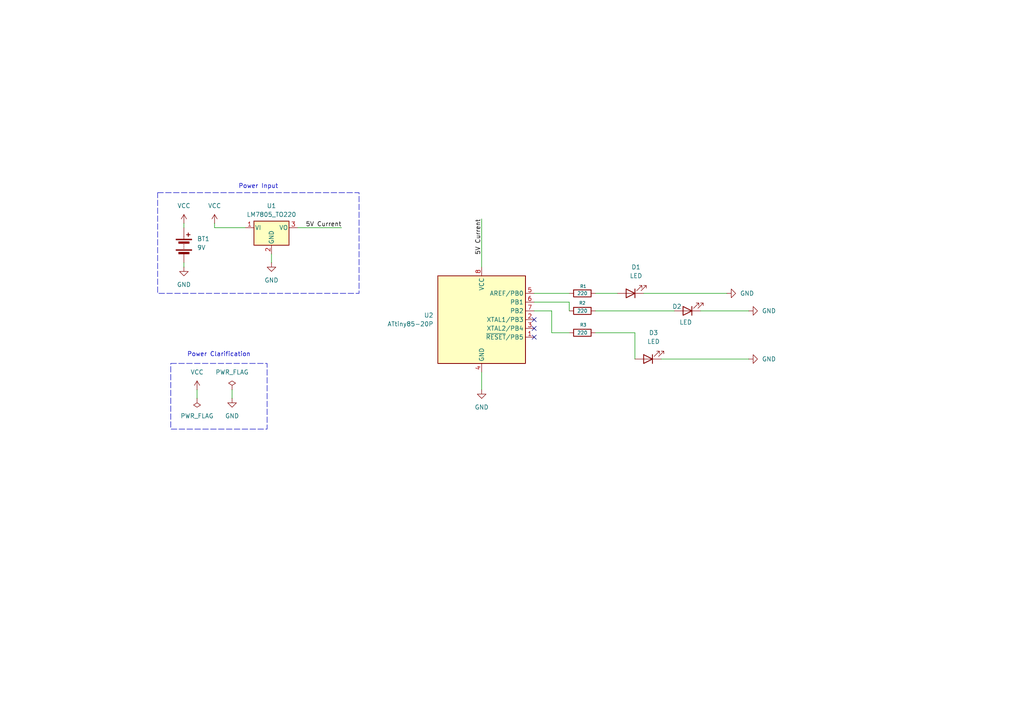
<source format=kicad_sch>
(kicad_sch (version 20231120) (generator "eeschema") (generator_version "8.0")
  (paper "A4")
  (lib_symbols
    (symbol "Device:Battery" (pin_numbers hide) (pin_names (offset 0) hide)
      (property "Reference" "BT" (at 2.54 2.54 0))
      (property "Value" "Battery" (at 2.54 0 0))
      (symbol "Battery_0_1"
        (rectangle (start -2.286 -1.27) (end 2.286 -1.524) (fill (type outline)))
        (rectangle (start -2.286 1.778) (end 2.286 1.524) (fill (type outline)))
        (rectangle (start -1.524 -2.032) (end 1.524 -2.54) (fill (type outline)))
        (rectangle (start -1.524 1.016) (end 1.524 0.508) (fill (type outline)))
        (polyline (pts (xy 0 -1.016) (xy 0 -0.762)))
        (polyline (pts (xy 0 -0.508) (xy 0 -0.254)))
        (polyline (pts (xy 0 0) (xy 0 0.254)))
        (polyline (pts (xy 0 1.778) (xy 0 2.54)))
        (polyline (pts (xy 0.762 3.048) (xy 1.778 3.048)) (stroke (width 0.254)))
        (polyline (pts (xy 1.27 3.556) (xy 1.27 2.54)) (stroke (width 0.254)))
      )
      (symbol "Battery_1_1"
        (pin passive line (at 0 5.08 270) (length 2.54) (name "+") (number "1"))
        (pin passive line (at 0 -5.08 90) (length 2.54) (name "-") (number "2"))
      )
    )
    (symbol "Device:LED" (pin_numbers hide) (pin_names (offset 1.016) hide)
      (property "Reference" "D" (at 0 2.54 0))
      (property "Value" "LED" (at 0 -2.54 0))
      (symbol "LED_0_1"
        (polyline (pts (xy -1.27 -1.27) (xy -1.27 1.27)) (stroke (width 0.254)))
        (polyline (pts (xy -1.27 0) (xy 1.27 0)))
        (polyline (pts (xy 1.27 -1.27) (xy 1.27 1.27) (xy -1.27 0) (xy 1.27 -1.27)) (stroke (width 0.254)))
        (polyline (pts (xy -3.048 -0.762) (xy -4.572 -2.286) (xy -3.81 -2.286) (xy -4.572 -2.286) (xy -4.572 -1.524)))
        (polyline (pts (xy -1.778 -0.762) (xy -3.302 -2.286) (xy -2.54 -2.286) (xy -3.302 -2.286) (xy -3.302 -1.524)))
      )
      (symbol "LED_1_1"
        (pin passive line (at -3.81 0 0) (length 2.54) (name "K") (number "1"))
        (pin passive line (at 3.81 0 180) (length 2.54) (name "A") (number "2"))
      )
    )
    (symbol "Device:R" (pin_numbers hide) (pin_names (offset 0))
      (property "Reference" "R" (at 2.032 0 90))
      (property "Value" "R" (at 0 0 90))
      (symbol "R_0_1"
        (rectangle (start -1.016 -2.54) (end 1.016 2.54) (stroke (width 0.254)))
      )
      (symbol "R_1_1"
        (pin passive line (at 0 3.81 270) (length 1.27) (name "~") (number "1"))
        (pin passive line (at 0 -3.81 90) (length 1.27) (name "~") (number "2"))
      )
    )
    (symbol "MCU_Microchip_ATtiny:ATtiny85-20P"
      (property "Reference" "U" (at -12.7 13.97 0))
      (property "Value" "ATtiny85-20P" (at 2.54 -13.97 0))
      (symbol "ATtiny85-20P_0_1"
        (rectangle (start -12.7 -12.7) (end 12.7 12.7) (stroke (width 0.254)) (fill (type background)))
      )
      (symbol "ATtiny85-20P_1_1"
        (pin bidirectional line (at 15.24 -5.08 180) (length 2.54) (name "~{RESET}/PB5") (number "1"))
        (pin bidirectional line (at 15.24 0 180) (length 2.54) (name "XTAL1/PB3") (number "2"))
        (pin bidirectional line (at 15.24 -2.54 180) (length 2.54) (name "XTAL2/PB4") (number "3"))
        (pin power_in line (at 0 -15.24 90) (length 2.54) (name "GND") (number "4"))
        (pin bidirectional line (at 15.24 7.62 180) (length 2.54) (name "AREF/PB0") (number "5"))
        (pin bidirectional line (at 15.24 5.08 180) (length 2.54) (name "PB1") (number "6"))
        (pin bidirectional line (at 15.24 2.54 180) (length 2.54) (name "PB2") (number "7"))
        (pin power_in line (at 0 15.24 270) (length 2.54) (name "VCC") (number "8"))
      )
    )
    (symbol "Regulator_Linear:LM7805_TO220" (pin_names (offset 0.254))
      (property "Reference" "U" (at -3.81 3.175 0))
      (property "Value" "LM7805_TO220" (at 0 3.175 0))
      (symbol "LM7805_TO220_0_1"
        (rectangle (start -5.08 1.905) (end 5.08 -5.08) (stroke (width 0.254)) (fill (type background)))
      )
      (symbol "LM7805_TO220_1_1"
        (pin power_in line (at -7.62 0 0) (length 2.54) (name "VI") (number "1"))
        (pin power_in line (at 0 -7.62 90) (length 2.54) (name "GND") (number "2"))
        (pin power_out line (at 7.62 0 180) (length 2.54) (name "VO") (number "3"))
      )
    )
    (symbol "power:GND" (power) (pin_numbers hide) (pin_names (offset 0) hide)
      (property "Value" "GND" (at 0 -3.81 0))
      (symbol "GND_0_1"
        (polyline (pts (xy 0 0) (xy 0 -1.27) (xy 1.27 -1.27) (xy 0 -2.54) (xy -1.27 -1.27) (xy 0 -1.27)))
      )
      (symbol "GND_1_1"
        (pin power_in line (at 0 0 270) (length 0) (name "~") (number "1"))
      )
    )
    (symbol "power:PWR_FLAG" (power) (pin_numbers hide) (pin_names (offset 0) hide)
      (property "Value" "PWR_FLAG" (at 0 3.81 0))
      (symbol "PWR_FLAG_0_0"
        (pin power_out line (at 0 0 90) (length 0) (name "~") (number "1"))
      )
      (symbol "PWR_FLAG_0_1"
        (polyline (pts (xy 0 0) (xy 0 1.27) (xy -1.016 1.905) (xy 0 2.54) (xy 1.016 1.905) (xy 0 1.27)))
      )
    )
    (symbol "power:VCC" (power) (pin_numbers hide) (pin_names (offset 0) hide)
      (property "Value" "VCC" (at 0 3.556 0))
      (symbol "VCC_0_1"
        (polyline (pts (xy -0.762 1.27) (xy 0 2.54)))
        (polyline (pts (xy 0 0) (xy 0 2.54)))
        (polyline (pts (xy 0 2.54) (xy 0.762 1.27)))
      )
      (symbol "VCC_1_1"
        (pin power_in line (at 0 0 90) (length 0) (name "~") (number "1"))
      )
    )
  )
  (no_connect (at 154.94 92.71))
  (no_connect (at 154.94 95.25))
  (no_connect (at 154.94 97.79))
  (wire (pts (xy 172.72 90.17) (xy 195.58 90.17)))
  (wire (pts (xy 186.69 85.09) (xy 210.82 85.09)))
  (wire (pts (xy 203.2 90.17) (xy 217.17 90.17)))
  (wire (pts (xy 154.94 85.09) (xy 165.1 85.09)))
  (wire (pts (xy 53.34 76.2) (xy 53.34 77.47)))
  (wire (pts (xy 191.77 104.14) (xy 217.17 104.14)))
  (wire (pts (xy 154.94 90.17) (xy 160.02 90.17)))
  (wire (pts (xy 62.23 66.04) (xy 71.12 66.04)))
  (wire (pts (xy 53.34 64.77) (xy 53.34 66.04)))
  (wire (pts (xy 184.15 96.52) (xy 184.15 104.14)))
  (wire (pts (xy 86.36 66.04) (xy 99.06 66.04)))
  (wire (pts (xy 139.7 107.95) (xy 139.7 113.03)))
  (wire (pts (xy 139.7 63.5) (xy 139.7 77.47)))
  (wire (pts (xy 67.31 113.03) (xy 67.31 115.57)))
  (wire (pts (xy 172.72 85.09) (xy 179.07 85.09)))
  (wire (pts (xy 57.15 113.03) (xy 57.15 115.57)))
  (wire (pts (xy 165.1 87.63) (xy 165.1 90.17)))
  (wire (pts (xy 172.72 96.52) (xy 184.15 96.52)))
  (wire (pts (xy 154.94 87.63) (xy 165.1 87.63)))
  (wire (pts (xy 160.02 90.17) (xy 160.02 96.52)))
  (wire (pts (xy 62.23 64.77) (xy 62.23 66.04)))
  (wire (pts (xy 78.74 73.66) (xy 78.74 76.2)))
  (wire (pts (xy 160.02 96.52) (xy 165.1 96.52)))
  (text_box "" (at 49.53 105.41 0) (size 27.94 19.05) (stroke (width 0) (type dash)) (effects (font (size 1.27 1.27)) (justify left top)))
  (text_box "" (at 45.72 55.88 0) (size 58.42 29.21) (stroke (width 0) (type dash)) (effects (font (size 1.27 1.27)) (justify left top)))
  (text "Power Clarification" (at 63.5 102.87 0) (effects (font (size 1.27 1.27))))
  (text "Power Input\n" (at 74.93 54.102 0) (effects (font (size 1.27 1.27))))
  (label "5V Current" (at 99.06 66.04 180))
  (label "5V Current" (at 139.7 63.5 270))
  (symbol (lib_id "Regulator_Linear:LM7805_TO220") (at 78.74 66.04 0) (unit 1)
    (property "Reference" "U1" (at 78.74 59.69 0))
    (property "Value" "LM7805_TO220" (at 78.74 62.23 0))
    (property "Footprint" "Package_TO_SOT_THT:TO-220-3_Vertical" (effects (hide yes)))
    (property "Datasheet" "https://www.onsemi.cn/PowerSolutions/document/MC7800-D.PDF" (effects (hide yes)))
    (property "Description" "Positive 1A 35V Linear Regulator, Fixed Output 5V, TO-220" (effects (hide yes)))
  )
  (symbol (lib_id "MCU_Microchip_ATtiny:ATtiny85-20P") (at 139.7 92.71 0) (unit 1)
    (property "Reference" "U2" (at 125.73 91.4399 0) (effects (justify right)))
    (property "Value" "ATtiny85-20P" (at 125.73 93.9799 0) (effects (justify right)))
    (property "Footprint" "Package_DIP:DIP-8_W7.62mm" (effects (hide yes)))
    (property "Datasheet" "http://ww1.microchip.com/downloads/en/DeviceDoc/atmel-2586-avr-8-bit-microcontroller-attiny25-attiny45-attiny85_datasheet.pdf" (effects (hide yes)))
    (property "Description" "20MHz, 8kB Flash, 512B SRAM, 512B EEPROM, debugWIRE, DIP-8" (effects (hide yes)))
  )
  (symbol (lib_id "Device:LED") (at 187.96 104.14 180) (unit 1)
    (property "Reference" "D3" (at 189.5475 96.52 0))
    (property "Value" "LED" (at 189.5475 99.06 0))
    (property "Footprint" "LED_THT:LED_D5.0mm_Clear" (effects (hide yes)))
    (property "Description" "Light emitting diode" (effects (hide yes)))
  )
  (symbol (lib_id "power:GND") (at 217.17 104.14 90) (unit 1)
    (property "Reference" "#PWR010" (effects (hide yes)))
    (property "Value" "GND" (at 220.98 104.1399 90) (effects (justify right)))
    (property "Description" "Power symbol creates a global label with name \"GND\" , ground" (effects (hide yes)))
  )
  (symbol (lib_id "Device:R") (at 168.91 90.17 90) (unit 1)
    (property "Reference" "R2" (at 168.91 87.884 90) (effects (font (size 0.9 0.9))))
    (property "Value" "220" (at 168.91 90.17 90) (effects (font (size 1 1))))
    (property "Footprint" "Resistor_THT:R_Axial_DIN0207_L6.3mm_D2.5mm_P10.16mm_Horizontal" (effects (hide yes)))
    (property "Description" "Resistor" (effects (hide yes)))
  )
  (symbol (lib_id "Device:LED") (at 182.88 85.09 180) (unit 1)
    (property "Reference" "D1" (at 184.4675 77.47 0))
    (property "Value" "LED" (at 184.4675 80.01 0))
    (property "Footprint" "LED_THT:LED_D5.0mm_Clear" (effects (hide yes)))
    (property "Description" "Light emitting diode" (effects (hide yes)))
  )
  (symbol (lib_id "power:PWR_FLAG") (at 57.15 115.57 180) (unit 1)
    (property "Reference" "#FLG01" (effects (hide yes)))
    (property "Value" "PWR_FLAG" (at 57.15 120.65 0))
    (property "Description" "Special symbol for telling ERC where power comes from" (effects (hide yes)))
  )
  (symbol (lib_id "power:GND") (at 67.31 115.57 0) (unit 1)
    (property "Reference" "#PWR04" (effects (hide yes)))
    (property "Value" "GND" (at 67.31 120.65 0))
    (property "Description" "Power symbol creates a global label with name \"GND\" , ground" (effects (hide yes)))
  )
  (symbol (lib_id "Device:R") (at 168.91 85.09 90) (unit 1)
    (property "Reference" "R1" (at 169.164 83.058 90) (effects (font (size 0.9 0.9))))
    (property "Value" "220" (at 168.91 85.09 90) (effects (font (size 1 1))))
    (property "Footprint" "Resistor_THT:R_Axial_DIN0207_L6.3mm_D2.5mm_P10.16mm_Horizontal" (effects (hide yes)))
    (property "Description" "Resistor" (effects (hide yes)))
  )
  (symbol (lib_id "power:VCC") (at 62.23 64.77 0) (unit 1)
    (property "Reference" "#PWR05" (effects (hide yes)))
    (property "Value" "VCC" (at 62.23 59.69 0))
    (property "Description" "Power symbol creates a global label with name \"VCC\"" (effects (hide yes)))
  )
  (symbol (lib_id "Device:LED") (at 199.39 90.17 180) (unit 1)
    (property "Reference" "D2" (at 196.342 88.9 0))
    (property "Value" "LED" (at 198.882 93.472 0))
    (property "Footprint" "LED_THT:LED_D5.0mm_Clear" (effects (hide yes)))
    (property "Description" "Light emitting diode" (effects (hide yes)))
  )
  (symbol (lib_id "power:VCC") (at 57.15 113.03 0) (unit 1)
    (property "Reference" "#PWR03" (effects (hide yes)))
    (property "Value" "VCC" (at 57.15 107.95 0))
    (property "Description" "Power symbol creates a global label with name \"VCC\"" (effects (hide yes)))
  )
  (symbol (lib_id "power:GND") (at 78.74 76.2 0) (unit 1)
    (property "Reference" "#PWR06" (effects (hide yes)))
    (property "Value" "GND" (at 78.74 81.28 0))
    (property "Description" "Power symbol creates a global label with name \"GND\" , ground" (effects (hide yes)))
  )
  (symbol (lib_id "power:GND") (at 53.34 77.47 0) (unit 1)
    (property "Reference" "#PWR02" (effects (hide yes)))
    (property "Value" "GND" (at 53.34 82.55 0))
    (property "Description" "Power symbol creates a global label with name \"GND\" , ground" (effects (hide yes)))
  )
  (symbol (lib_id "power:PWR_FLAG") (at 67.31 113.03 0) (unit 1)
    (property "Reference" "#FLG02" (effects (hide yes)))
    (property "Value" "PWR_FLAG" (at 67.31 107.95 0))
    (property "Description" "Special symbol for telling ERC where power comes from" (effects (hide yes)))
  )
  (symbol (lib_id "power:VCC") (at 53.34 64.77 0) (unit 1)
    (property "Reference" "#PWR01" (effects (hide yes)))
    (property "Value" "VCC" (at 53.34 59.69 0))
    (property "Description" "Power symbol creates a global label with name \"VCC\"" (effects (hide yes)))
  )
  (symbol (lib_id "Device:Battery") (at 53.34 71.12 0) (unit 1)
    (property "Reference" "BT1" (at 57.15 69.2784 0) (effects (justify left)))
    (property "Value" "9V" (at 57.15 71.8184 0) (effects (justify left)))
    (property "Footprint" "Battery:BatteryHolder_MPD_BA9VPC_1xPP3" (effects (hide yes)))
    (property "Description" "Multiple-cell battery" (effects (hide yes)))
  )
  (symbol (lib_id "power:GND") (at 139.7 113.03 0) (unit 1)
    (property "Reference" "#PWR07" (effects (hide yes)))
    (property "Value" "GND" (at 139.7 118.11 0))
    (property "Description" "Power symbol creates a global label with name \"GND\" , ground" (effects (hide yes)))
  )
  (symbol (lib_id "power:GND") (at 217.17 90.17 90) (unit 1)
    (property "Reference" "#PWR09" (effects (hide yes)))
    (property "Value" "GND" (at 220.98 90.1699 90) (effects (justify right)))
    (property "Description" "Power symbol creates a global label with name \"GND\" , ground" (effects (hide yes)))
  )
  (symbol (lib_id "power:GND") (at 210.82 85.09 90) (unit 1)
    (property "Reference" "#PWR08" (effects (hide yes)))
    (property "Value" "GND" (at 214.63 85.0899 90) (effects (justify right)))
    (property "Description" "Power symbol creates a global label with name \"GND\" , ground" (effects (hide yes)))
  )
  (symbol (lib_id "Device:R") (at 168.91 96.52 90) (unit 1)
    (property "Reference" "R3" (at 169.164 94.234 90) (effects (font (size 0.9 0.9))))
    (property "Value" "220" (at 168.91 96.52 90) (effects (font (size 1 1))))
    (property "Footprint" "Resistor_THT:R_Axial_DIN0207_L6.3mm_D2.5mm_P10.16mm_Horizontal" (effects (hide yes)))
    (property "Description" "Resistor" (effects (hide yes)))
  )
)
</source>
